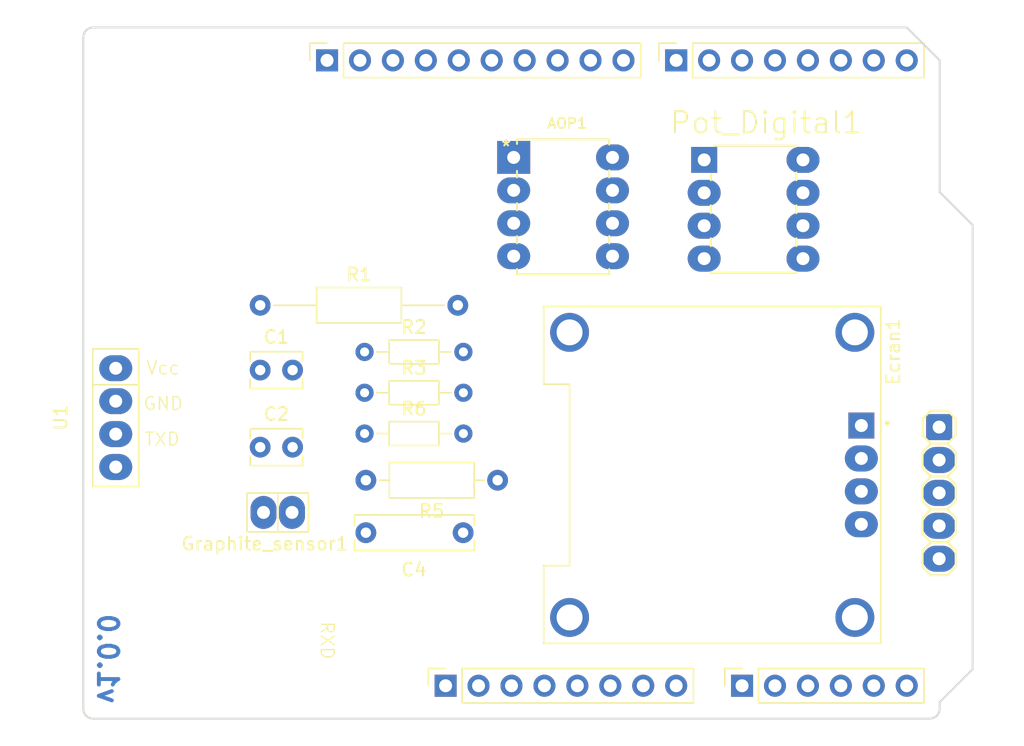
<source format=kicad_pcb>
(kicad_pcb (version 20241229) (generator "pcbnew") (generator_version "9.0")
  (title_block (date "mar. 31 mars 2015"))
  (layers (0 "F.Cu" signal) (2 "B.Cu" signal) (13 "F.Paste" user) (15 "B.Paste" user) (5 "F.SilkS" user "F.Silkscreen") (7 "B.SilkS" user "B.Silkscreen") (1 "F.Mask" user) (3 "B.Mask" user) (25 "Edge.Cuts" user))
  (property "VERSION_NUMBER" "1.0.0")
  (net 0 "")
  (net 1 "GND")
  (net 3 "+5V")
  (net 4 "/IOREF")
  (net 5 "/A1")
  (net 6 "/A2")
  (net 7 "/A3")
  (net 8 "/AREF")
  (net 9 "/*6")
  (net 10 "/TX{slash}1")
  (net 11 "/RX{slash}0")
  (net 12 "+3V3")
  (net 14 "/~{RESET}")
  (net 15 "/D12")
  (net 16 "/D9")
  (net 17 "ADC")
  (net 19 "TXD")
  (net 20 "RXD")
  (net 23 "SCK RE")
  (net 24 "SW")
  (net 25 "DT")
  (net 26 "/*5")
  (net 27 "SCL")
  (net 28 "SDA")
  (net 29 "D11 PWM{slash}MOSI")
  (net 30 "D13 PWM{slash}SCK")
  (net 31 "D10 PWM{slash}MOSI")
  (net 32 "R2")
  (net 33 "D10 PWM{slash}SS")
  (net 36 "Net-(AOP1-OUT)")
  (net 37 "Net-(AOP1--IN)")
  (net 41 "Net-(AOP1-+IN)")
  (footprint "Connector_PinSocket_2.54mm:PinSocket_1x08_P2.54mm_Vertical" (layer "F.Cu") (at 127.94 97.46 90)
    (property "Reference" "J1" (hide yes))
    (property "Value" "Power")
    (fp_line (start 1.33 -1.33) (end 1.33 0) (stroke (width 0.12)) (layer "F.SilkS"))
    (fp_line (start 0 -1.33) (end 1.33 -1.33) (stroke (width 0.12)) (layer "F.SilkS"))
    (fp_line (start 1.33 1.27) (end 1.33 19.11) (stroke (width 0.12)) (layer "F.SilkS"))
    (fp_line (start -1.33 1.27) (end 1.33 1.27) (stroke (width 0.12)) (layer "F.SilkS"))
    (fp_line (start -1.33 1.27) (end -1.33 19.11) (stroke (width 0.12)) (layer "F.SilkS"))
    (fp_line (start -1.33 19.11) (end 1.33 19.11) (stroke (width 0.12)) (layer "F.SilkS"))
    (pad "1" thru_hole rect (at 0 0 90) (size 1.7 1.7) (drill 1) (layers "*.Cu" "*.Mask"))
    (pad "2" thru_hole oval (at 0 2.54 90) (size 1.7 1.7) (drill 1) (layers "*.Cu" "*.Mask") (net 4 "/IOREF"))
    (pad "3" thru_hole oval (at 0 5.08 90) (size 1.7 1.7) (drill 1) (layers "*.Cu" "*.Mask") (net 14 "/~{RESET}"))
    (pad "4" thru_hole oval (at 0 7.62 90) (size 1.7 1.7) (drill 1) (layers "*.Cu" "*.Mask") (net 12 "+3V3"))
    (pad "5" thru_hole oval (at 0 10.16 90) (size 1.7 1.7) (drill 1) (layers "*.Cu" "*.Mask") (net 3 "+5V"))
    (pad "6" thru_hole oval (at 0 12.7 90) (size 1.7 1.7) (drill 1) (layers "*.Cu" "*.Mask") (net 1 "GND"))
    (pad "7" thru_hole oval (at 0 15.24 90) (size 1.7 1.7) (drill 1) (layers "*.Cu" "*.Mask") (net 1 "GND"))
    (pad "8" thru_hole oval (at 0 17.78 90) (size 1.7 1.7) (drill 1) (layers "*.Cu" "*.Mask") (net 32 "R2"))
  )
  (footprint "Connector_PinSocket_2.54mm:PinSocket_1x06_P2.54mm_Vertical" (layer "F.Cu") (at 150.8 97.46 90)
    (property "Reference" "J3" (hide yes))
    (property "Value" "Analog")
    (fp_line (start 1.33 -1.33) (end 1.33 0) (stroke (width 0.12)) (layer "F.SilkS"))
    (fp_line (start 0 -1.33) (end 1.33 -1.33) (stroke (width 0.12)) (layer "F.SilkS"))
    (fp_line (start 1.33 1.27) (end 1.33 14.03) (stroke (width 0.12)) (layer "F.SilkS"))
    (fp_line (start -1.33 1.27) (end 1.33 1.27) (stroke (width 0.12)) (layer "F.SilkS"))
    (fp_line (start -1.33 1.27) (end -1.33 14.03) (stroke (width 0.12)) (layer "F.SilkS"))
    (fp_line (start -1.33 14.03) (end 1.33 14.03) (stroke (width 0.12)) (layer "F.SilkS"))
    (pad "1" thru_hole rect (at 0 0 90) (size 1.7 1.7) (drill 1) (layers "*.Cu" "*.Mask") (net 17 "ADC"))
    (pad "2" thru_hole oval (at 0 2.54 90) (size 1.7 1.7) (drill 1) (layers "*.Cu" "*.Mask") (net 5 "/A1"))
    (pad "3" thru_hole oval (at 0 5.08 90) (size 1.7 1.7) (drill 1) (layers "*.Cu" "*.Mask") (net 6 "/A2"))
    (pad "4" thru_hole oval (at 0 7.62 90) (size 1.7 1.7) (drill 1) (layers "*.Cu" "*.Mask") (net 7 "/A3"))
    (pad "5" thru_hole oval (at 0 10.16 90) (size 1.7 1.7) (drill 1) (layers "*.Cu" "*.Mask") (net 28 "SDA"))
    (pad "6" thru_hole oval (at 0 12.7 90) (size 1.7 1.7) (drill 1) (layers "*.Cu" "*.Mask") (net 27 "SCL"))
  )
  (footprint "Connector_PinSocket_2.54mm:PinSocket_1x10_P2.54mm_Vertical" (layer "F.Cu") (at 118.796 49.2 90)
    (property "Reference" "J2" (hide yes))
    (property "Value" "Digital/PWM")
    (fp_line (start 1.33 -1.33) (end 1.33 0) (stroke (width 0.12)) (layer "F.SilkS"))
    (fp_line (start 0 -1.33) (end 1.33 -1.33) (stroke (width 0.12)) (layer "F.SilkS"))
    (fp_line (start 1.33 1.27) (end 1.33 24.19) (stroke (width 0.12)) (layer "F.SilkS"))
    (fp_line (start -1.33 1.27) (end 1.33 1.27) (stroke (width 0.12)) (layer "F.SilkS"))
    (fp_line (start -1.33 1.27) (end -1.33 24.19) (stroke (width 0.12)) (layer "F.SilkS"))
    (fp_line (start -1.33 24.19) (end 1.33 24.19) (stroke (width 0.12)) (layer "F.SilkS"))
    (pad "1" thru_hole rect (at 0 0 90) (size 1.7 1.7) (drill 1) (layers "*.Cu" "*.Mask"))
    (pad "2" thru_hole oval (at 0 2.54 90) (size 1.7 1.7) (drill 1) (layers "*.Cu" "*.Mask"))
    (pad "3" thru_hole oval (at 0 5.08 90) (size 1.7 1.7) (drill 1) (layers "*.Cu" "*.Mask") (net 8 "/AREF"))
    (pad "4" thru_hole oval (at 0 7.62 90) (size 1.7 1.7) (drill 1) (layers "*.Cu" "*.Mask") (net 1 "GND"))
    (pad "5" thru_hole oval (at 0 10.16 90) (size 1.7 1.7) (drill 1) (layers "*.Cu" "*.Mask") (net 30 "D13 PWM{slash}SCK"))
    (pad "6" thru_hole oval (at 0 12.7 90) (size 1.7 1.7) (drill 1) (layers "*.Cu" "*.Mask") (net 15 "/D12"))
    (pad "7" thru_hole oval (at 0 15.24 90) (size 1.7 1.7) (drill 1) (layers "*.Cu" "*.Mask") (net 29 "D11 PWM{slash}MOSI"))
    (pad "8" thru_hole oval (at 0 17.78 90) (size 1.7 1.7) (drill 1) (layers "*.Cu" "*.Mask") (net 31 "D10 PWM{slash}MOSI"))
    (pad "9" thru_hole oval (at 0 20.32 90) (size 1.7 1.7) (drill 1) (layers "*.Cu" "*.Mask") (net 16 "/D9"))
    (pad "10" thru_hole oval (at 0 22.86 90) (size 1.7 1.7) (drill 1) (layers "*.Cu" "*.Mask") (net 19 "TXD"))
  )
  (footprint "Connector_PinSocket_2.54mm:PinSocket_1x08_P2.54mm_Vertical" (layer "F.Cu") (at 145.72 49.2 90)
    (property "Reference" "J4" (hide yes))
    (property "Value" "Digital/PWM")
    (fp_line (start 1.33 -1.33) (end 1.33 0) (stroke (width 0.12)) (layer "F.SilkS"))
    (fp_line (start 0 -1.33) (end 1.33 -1.33) (stroke (width 0.12)) (layer "F.SilkS"))
    (fp_line (start 1.33 1.27) (end 1.33 19.11) (stroke (width 0.12)) (layer "F.SilkS"))
    (fp_line (start -1.33 1.27) (end 1.33 1.27) (stroke (width 0.12)) (layer "F.SilkS"))
    (fp_line (start -1.33 1.27) (end -1.33 19.11) (stroke (width 0.12)) (layer "F.SilkS"))
    (fp_line (start -1.33 19.11) (end 1.33 19.11) (stroke (width 0.12)) (layer "F.SilkS"))
    (pad "1" thru_hole rect (at 0 0 90) (size 1.7 1.7) (drill 1) (layers "*.Cu" "*.Mask") (net 20 "RXD"))
    (pad "2" thru_hole oval (at 0 2.54 90) (size 1.7 1.7) (drill 1) (layers "*.Cu" "*.Mask") (net 9 "/*6"))
    (pad "3" thru_hole oval (at 0 5.08 90) (size 1.7 1.7) (drill 1) (layers "*.Cu" "*.Mask") (net 26 "/*5"))
    (pad "4" thru_hole oval (at 0 7.62 90) (size 1.7 1.7) (drill 1) (layers "*.Cu" "*.Mask") (net 25 "DT"))
    (pad "5" thru_hole oval (at 0 10.16 90) (size 1.7 1.7) (drill 1) (layers "*.Cu" "*.Mask") (net 24 "SW"))
    (pad "6" thru_hole oval (at 0 12.7 90) (size 1.7 1.7) (drill 1) (layers "*.Cu" "*.Mask") (net 23 "SCK RE"))
    (pad "7" thru_hole oval (at 0 15.24 90) (size 1.7 1.7) (drill 1) (layers "*.Cu" "*.Mask") (net 10 "/TX{slash}1"))
    (pad "8" thru_hole oval (at 0 17.78 90) (size 1.7 1.7) (drill 1) (layers "*.Cu" "*.Mask") (net 11 "/RX{slash}0"))
  )
  (footprint "graphite_emprunts:LTC1050HS8_PBF" (layer "F.Cu") (at 140.81 64.31)
    (property "Reference" "AOP1" (at -3.5 -10.25 0) (layer "F.SilkS") (effects (font (size 0.787402 0.787402))))
    (property "Value" "LTC1050HS8_PBF")
    (fp_line (start -7.366 -9.017) (end -7.366 -8.6614) (stroke (width 0.1524)) (layer "F.SilkS"))
    (fp_line (start -7.366 -6.5786) (end -7.366 -6.0706) (stroke (width 0.1524)) (layer "F.SilkS"))
    (fp_line (start -7.366 -4.0894) (end -7.366 -3.5306) (stroke (width 0.1524)) (layer "F.SilkS"))
    (fp_line (start -7.366 -1.5494) (end -7.366 -0.9906) (stroke (width 0.1524)) (layer "F.SilkS"))
    (fp_line (start -7.366 0.9906) (end -7.366 1.397) (stroke (width 0.1524)) (layer "F.SilkS"))
    (fp_line (start -7.366 1.397) (end -0.254 1.397) (stroke (width 0.1524)) (layer "F.SilkS"))
    (fp_line (start -0.254 -9.017) (end -7.366 -9.017) (stroke (width 0.1524)) (layer "F.SilkS"))
    (fp_line (start -0.254 -8.6106) (end -0.254 -9.017) (stroke (width 0.1524)) (layer "F.SilkS"))
    (fp_line (start -0.254 -6.0706) (end -0.254 -6.6294) (stroke (width 0.1524)) (layer "F.SilkS"))
    (fp_line (start -0.254 -3.5306) (end -0.254 -4.0894) (stroke (width 0.1524)) (layer "F.SilkS"))
    (fp_line (start -0.254 -0.9906) (end -0.254 -1.5494) (stroke (width 0.1524)) (layer "F.SilkS"))
    (fp_line (start -0.254 1.397) (end -0.254 0.9906) (stroke (width 0.1524)) (layer "F.SilkS"))
    (fp_text user "*" (at -8.2042 -8.4328 0) (layer "F.SilkS"))
    (pad "1" thru_hole rect (at -7.62 -7.62) (size 2.54 2.54) (drill 1) (layers "*.Cu" "*.Mask"))
    (pad "2" thru_hole oval (at -7.62 -5.08) (size 2.54 2) (drill 1) (layers "*.Cu" "*.Mask") (net 32 "R2"))
    (pad "3" thru_hole oval (at -7.62 -2.54) (size 2.54 2) (drill 1) (layers "*.Cu" "*.Mask") (net 41 "Net-(AOP1-+IN)"))
    (pad "4" thru_hole oval (at -7.62 0) (size 2.54 2) (drill 1) (layers "*.Cu" "*.Mask") (net 1 "GND"))
    (pad "5" thru_hole oval (at 0 0) (size 2.54 2) (drill 1) (layers "*.Cu" "*.Mask"))
    (pad "6" thru_hole oval (at 0 -2.54) (size 2.54 2) (drill 1) (layers "*.Cu" "*.Mask") (net 36 "Net-(AOP1-OUT)"))
    (pad "7" thru_hole oval (at 0 -5.08) (size 2.54 2) (drill 1) (layers "*.Cu" "*.Mask") (net 32 "R2"))
    (pad "8" thru_hole oval (at 0 -7.62) (size 2.54 2) (drill 1) (layers "*.Cu" "*.Mask"))
  )
  (footprint "Resistor_THT:R_Axial_DIN0204_L3.6mm_D1.6mm_P7.62mm_Horizontal" (layer "F.Cu") (at 121.69 71.7)
    (property "Reference" "R2" (at 3.81 -1.92 0) (layer "F.SilkS"))
    (property "Value" "1k")
    (fp_line (start 0.94 0) (end 1.89 0) (stroke (width 0.12)) (layer "F.SilkS"))
    (fp_line (start 6.68 0) (end 5.73 0) (stroke (width 0.12)) (layer "F.SilkS"))
    (fp_rect (start 1.89 -0.92) (end 5.73 0.92) (stroke (width 0.12)) (fill no) (layer "F.SilkS"))
    (pad "1" thru_hole circle (at 0 0) (size 1.4 1.4) (drill 0.7) (layers "*.Cu" "*.Mask") (net 37 "Net-(AOP1--IN)"))
    (pad "2" thru_hole circle (at 7.62 0) (size 1.4 1.4) (drill 0.7) (layers "*.Cu" "*.Mask") (net 1 "GND"))
  )
  (footprint "graphite_emprunts:KY-040-PORT" (layer "F.Cu") (at 166 81.31 90)
    (property "Reference" "U3" (hide yes))
    (property "Value" "KY-040")
    (fp_line (start 4.445 -1.27) (end 5.08 -0.635) (stroke (width 0.1524)) (layer "F.SilkS"))
    (fp_line (start 3.175 -1.27) (end 4.445 -1.27) (stroke (width 0.1524)) (layer "F.SilkS"))
    (fp_line (start 1.905 -1.27) (end 2.54 -0.635) (stroke (width 0.1524)) (layer "F.SilkS"))
    (fp_line (start 0.635 -1.27) (end 1.905 -1.27) (stroke (width 0.1524)) (layer "F.SilkS"))
    (fp_line (start 0.635 -1.27) (end 0 -0.635) (stroke (width 0.1524)) (layer "F.SilkS"))
    (fp_line (start -0.635 -1.27) (end 0 -0.635) (stroke (width 0.1524)) (layer "F.SilkS"))
    (fp_line (start -1.905 -1.27) (end -0.635 -1.27) (stroke (width 0.1524)) (layer "F.SilkS"))
    (fp_line (start -3.175 -1.27) (end -2.54 -0.635) (stroke (width 0.1524)) (layer "F.SilkS"))
    (fp_line (start -4.445 -1.27) (end -3.175 -1.27) (stroke (width 0.1524)) (layer "F.SilkS"))
    (fp_line (start -5.715 -1.27) (end -5.08 -0.635) (stroke (width 0.1524)) (layer "F.SilkS"))
    (fp_line (start -6.985 -1.27) (end -5.715 -1.27) (stroke (width 0.1524)) (layer "F.SilkS"))
    (fp_line (start -6.985 -1.27) (end -7.62 -0.635) (stroke (width 0.1524)) (layer "F.SilkS"))
    (fp_line (start 5.08 -0.635) (end 5.08 0.635) (stroke (width 0.1524)) (layer "F.SilkS"))
    (fp_line (start 2.54 -0.635) (end 3.175 -1.27) (stroke (width 0.1524)) (layer "F.SilkS"))
    (fp_line (start 2.54 -0.635) (end 2.54 0.635) (stroke (width 0.1524)) (layer "F.SilkS"))
    (fp_line (start 0 -0.635) (end 0 0.635) (stroke (width 0.1524)) (layer "F.SilkS"))
    (fp_line (start -2.54 -0.635) (end -1.905 -1.27) (stroke (width 0.1524)) (layer "F.SilkS"))
    (fp_line (start -2.54 -0.635) (end -2.54 0.635) (stroke (width 0.1524)) (layer "F.SilkS"))
    (fp_line (start -5.08 -0.635) (end -4.445 -1.27) (stroke (width 0.1524)) (layer "F.SilkS"))
    (fp_line (start -5.08 -0.635) (end -5.08 0.635) (stroke (width 0.1524)) (layer "F.SilkS"))
    (fp_line (start -7.62 -0.635) (end -7.62 0.635) (stroke (width 0.1524)) (layer "F.SilkS"))
    (fp_line (start 5.08 0.635) (end 4.445 1.27) (stroke (width 0.1524)) (layer "F.SilkS"))
    (fp_line (start 2.54 0.635) (end 1.905 1.27) (stroke (width 0.1524)) (layer "F.SilkS"))
    (fp_line (start 0 0.635) (end 0.635 1.27) (stroke (width 0.1524)) (layer "F.SilkS"))
    (fp_line (start 0 0.635) (end -0.635 1.27) (stroke (width 0.1524)) (layer "F.SilkS"))
    (fp_line (start -2.54 0.635) (end -3.175 1.27) (stroke (width 0.1524)) (layer "F.SilkS"))
    (fp_line (start -5.08 0.635) (end -5.715 1.27) (stroke (width 0.1524)) (layer "F.SilkS"))
    (fp_line (start -7.62 0.635) (end -6.985 1.27) (stroke (width 0.1524)) (layer "F.SilkS"))
    (fp_line (start 4.445 1.27) (end 3.175 1.27) (stroke (width 0.1524)) (layer "F.SilkS"))
    (fp_line (start 3.175 1.27) (end 2.54 0.635) (stroke (width 0.1524)) (layer "F.SilkS"))
    (fp_line (start 1.905 1.27) (end 0.635 1.27) (stroke (width 0.1524)) (layer "F.SilkS"))
    (fp_line (start -0.635 1.27) (end -1.905 1.27) (stroke (width 0.1524)) (layer "F.SilkS"))
    (fp_line (start -1.905 1.27) (end -2.54 0.635) (stroke (width 0.1524)) (layer "F.SilkS"))
    (fp_line (start -3.175 1.27) (end -4.445 1.27) (stroke (width 0.1524)) (layer "F.SilkS"))
    (fp_line (start -4.445 1.27) (end -5.08 0.635) (stroke (width 0.1524)) (layer "F.SilkS"))
    (fp_line (start -5.715 1.27) (end -6.985 1.27) (stroke (width 0.1524)) (layer "F.SilkS"))
    (pad "CLK" thru_hole oval (at -6.35 0 180) (size 2.54 2) (drill 1) (layers "*.Cu" "*.Mask") (net 23 "SCK RE"))
    (pad "DT" thru_hole oval (at -3.81 0 180) (size 2.54 2) (drill 1) (layers "*.Cu" "*.Mask") (net 25 "DT"))
    (pad "GND" thru_hole rect (at 3.81 0 180) (size 2 2) (drill 1) (layers "*.Cu" "*.Mask") (net 1 "GND"))
    (pad "SW" thru_hole oval (at -1.27 0 180) (size 2.54 2) (drill 1) (layers "*.Cu" "*.Mask") (net 24 "SW"))
    (pad "VCC" thru_hole oval (at 1.27 0 180) (size 2.54 2) (drill 1) (layers "*.Cu" "*.Mask") (net 32 "R2"))
  )
  (footprint "graphite_emprunts:MODULE_DM-OLED096-636" (layer "F.Cu") (at 148.5 81.19 -90)
    (property "Reference" "Ecran1" (at -9.525 -13.97 90) (layer "F.SilkS"))
    (property "Value" "DM-OLED096-636")
    (fp_line (start -13 13) (end -13 -13) (stroke (width 0.127)) (layer "F.SilkS"))
    (fp_line (start -7 13) (end -13 13) (stroke (width 0.127)) (layer "F.SilkS"))
    (fp_line (start 7 13) (end 7 11) (stroke (width 0.127)) (layer "F.SilkS"))
    (fp_line (start 13 13) (end 7 13) (stroke (width 0.127)) (layer "F.SilkS"))
    (fp_line (start -7 11) (end -7 13) (stroke (width 0.127)) (layer "F.SilkS"))
    (fp_line (start 7 11) (end -7 11) (stroke (width 0.127)) (layer "F.SilkS"))
    (fp_line (start -13 -13) (end 13 -13) (stroke (width 0.127)) (layer "F.SilkS"))
    (fp_line (start 13 -13) (end 13 13) (stroke (width 0.127)) (layer "F.SilkS"))
    (fp_circle (center -4 -13.5) (end -3.9 -13.5) (stroke (width 0.2)) (fill no) (layer "F.SilkS"))
    (pad "1" thru_hole rect (at -3.81 -11.5 270) (size 2 2) (drill 1) (layers "*.Cu" "*.Mask") (net 1 "GND"))
    (pad "2" thru_hole oval (at -1.27 -11.5) (size 2.54 2) (drill 1) (layers "*.Cu" "*.Mask") (net 32 "R2"))
    (pad "3" thru_hole oval (at 1.27 -11.5) (size 2.54 2) (drill 1) (layers "*.Cu" "*.Mask") (net 27 "SCL"))
    (pad "4" thru_hole oval (at 3.81 -11.5) (size 2.54 2) (drill 1) (layers "*.Cu" "*.Mask") (net 28 "SDA"))
    (pad "S1" thru_hole circle (at -11 -11 270) (size 3 3) (drill 2) (layers "*.Cu" "*.Mask"))
    (pad "S2" thru_hole circle (at 11 -11 270) (size 3 3) (drill 2) (layers "*.Cu" "*.Mask"))
    (pad "S3" thru_hole circle (at 11 11 270) (size 3 3) (drill 2) (layers "*.Cu" "*.Mask"))
    (pad "S4" thru_hole circle (at -11 11 270) (size 3 3) (drill 2) (layers "*.Cu" "*.Mask"))
  )
  (footprint "graphite_emprunts:Graphite_sensor_emprunt" (layer "F.Cu") (at 114.995 84.085)
    (property "Reference" "Graphite_sensor1" (at -0.995 2.415 0) (layer "F.SilkS"))
    (property "Value" "~")
    (fp_line (start -2.37 -1.5) (end 2.37 -1.5) (stroke (width 0.12)) (layer "F.SilkS"))
    (fp_line (start -2.37 1.5) (end -2.37 -1.5) (stroke (width 0.12)) (layer "F.SilkS"))
    (fp_line (start 0 -1.5) (end 0 1.5) (stroke (width 0.12)) (layer "F.SilkS"))
    (fp_line (start 2.37 -1.5) (end 2.37 1.5) (stroke (width 0.12)) (layer "F.SilkS"))
    (fp_line (start 2.37 1.5) (end -2.37 1.5) (stroke (width 0.12)) (layer "F.SilkS"))
    (pad "1" thru_hole oval (at -1.1 0 90) (size 2.54 2) (drill 1) (layers "*.Cu" "*.Mask"))
    (pad "2" thru_hole oval (at 1.1 0 90) (size 2.54 2) (drill 1) (layers "*.Cu" "*.Mask"))
  )
  (footprint "graphite_emprunts:BT_HC05" (layer "F.Cu") (at 102.5 76.77 -90)
    (property "Reference" "U1" (at 0 4.25 90) (layer "F.SilkS"))
    (property "Value" "~")
    (fp_line (start -5.31 1.77) (end -5.31 -1.77) (stroke (width 0.12)) (layer "F.SilkS"))
    (fp_line (start 5.31 1.77) (end -5.31 1.77) (stroke (width 0.12)) (layer "F.SilkS"))
    (fp_line (start -5.31 -1.77) (end 5.31 -1.77) (stroke (width 0.12)) (layer "F.SilkS"))
    (fp_line (start -2.54 -1.77) (end -2.54 1.77) (stroke (width 0.12)) (layer "F.SilkS"))
    (fp_line (start 5.31 -1.77) (end 5.31 1.77) (stroke (width 0.12)) (layer "F.SilkS"))
    (fp_text user "TXD" (at 2.25 -5 0) (layer "F.SilkS") (effects (font (thickness 0.1)) (justify right bottom)))
    (fp_text user "GND" (at -0.5 -5.25 0) (layer "F.SilkS") (effects (font (thickness 0.1)) (justify right bottom)))
    (fp_text user "Vcc" (at -3.25 -5 0) (layer "F.SilkS") (effects (font (thickness 0.1)) (justify right bottom)))
    (pad "1" thru_hole oval (at -3.81 0 270) (size 2 2.54) (drill 1) (layers "*.Cu" "*.Mask") (net 32 "R2"))
    (pad "2" thru_hole oval (at -1.27 0 270) (size 2 2.54) (drill 1) (layers "*.Cu" "*.Mask") (net 1 "GND"))
    (pad "3" thru_hole oval (at 1.27 0 270) (size 2 2.54) (drill 1) (layers "*.Cu" "*.Mask") (net 19 "TXD"))
    (pad "4" thru_hole oval (at 3.81 0 270) (size 2 2.54) (drill 1) (layers "*.Cu" "*.Mask") (net 20 "RXD"))
  )
  (footprint "Capacitor_THT:C_Disc_D3.8mm_W2.6mm_P2.50mm" (layer "F.Cu") (at 113.64 73.1)
    (property "Reference" "C1" (at 1.25 -2.55 0) (layer "F.SilkS"))
    (property "Value" "100n")
    (fp_line (start -0.77 -1.42) (end 3.27 -1.42) (stroke (width 0.12)) (layer "F.SilkS"))
    (fp_line (start -0.77 -0.699) (end -0.77 -1.42) (stroke (width 0.12)) (layer "F.SilkS"))
    (fp_line (start -0.77 1.42) (end -0.77 0.699) (stroke (width 0.12)) (layer "F.SilkS"))
    (fp_line (start 3.27 -1.42) (end 3.27 -0.699) (stroke (width 0.12)) (layer "F.SilkS"))
    (fp_line (start 3.27 0.699) (end 3.27 1.42) (stroke (width 0.12)) (layer "F.SilkS"))
    (fp_line (start 3.27 1.42) (end -0.77 1.42) (stroke (width 0.12)) (layer "F.SilkS"))
    (pad "1" thru_hole circle (at 0 0) (size 1.6 1.6) (drill 0.8) (layers "*.Cu" "*.Mask") (net 1 "GND"))
    (pad "2" thru_hole circle (at 2.5 0) (size 1.6 1.6) (drill 0.8) (layers "*.Cu" "*.Mask") (net 41 "Net-(AOP1-+IN)"))
  )
  (footprint "Resistor_THT:R_Axial_DIN0207_L6.3mm_D2.5mm_P15.24mm_Horizontal" (layer "F.Cu") (at 113.64 68.1)
    (property "Reference" "R1" (at 7.62 -2.37 0) (layer "F.SilkS"))
    (property "Value" "100k")
    (fp_line (start 1.04 0) (end 4.35 0) (stroke (width 0.12)) (layer "F.SilkS"))
    (fp_line (start 14.2 0) (end 10.89 0) (stroke (width 0.12)) (layer "F.SilkS"))
    (fp_rect (start 4.35 -1.37) (end 10.89 1.37) (stroke (width 0.12)) (fill no) (layer "F.SilkS"))
    (pad "1" thru_hole circle (at 0 0) (size 1.6 1.6) (drill 0.8) (layers "*.Cu" "*.Mask") (net 41 "Net-(AOP1-+IN)"))
    (pad "2" thru_hole circle (at 15.24 0) (size 1.6 1.6) (drill 0.8) (layers "*.Cu" "*.Mask") (net 1 "GND"))
  )
  (footprint "Arduino_MountingHole:MountingHole_3.2mm" (layer "F.Cu") (at 115.24 49.2)
    (property "Reference" "MH1" (hide yes))
    (property "Value" "MountingHole_3.2mm" (hide yes))
    (pad "" np_thru_hole circle (at 0 0) (size 3.2 3.2) (drill 3.2) (layers "*.Cu" "*.Mask"))
  )
  (footprint "Resistor_THT:R_Axial_DIN0207_L6.3mm_D2.5mm_P10.16mm_Horizontal" (layer "F.Cu") (at 121.79 81.6)
    (property "Reference" "R5" (at 5.08 2.4 0) (layer "F.SilkS"))
    (property "Value" "10k")
    (fp_line (start 1.04 0) (end 1.81 0) (stroke (width 0.12)) (layer "F.SilkS"))
    (fp_line (start 9.12 0) (end 8.35 0) (stroke (width 0.12)) (layer "F.SilkS"))
    (fp_rect (start 1.81 -1.37) (end 8.35 1.37) (stroke (width 0.12)) (fill no) (layer "F.SilkS"))
    (pad "1" thru_hole circle (at 0 0) (size 1.6 1.6) (drill 0.8) (layers "*.Cu" "*.Mask"))
    (pad "2" thru_hole circle (at 10.16 0) (size 1.6 1.6) (drill 0.8) (layers "*.Cu" "*.Mask") (net 41 "Net-(AOP1-+IN)"))
  )
  (footprint "Resistor_THT:R_Axial_DIN0204_L3.6mm_D1.6mm_P7.62mm_Horizontal" (layer "F.Cu") (at 121.69 74.85)
    (property "Reference" "R3" (at 3.81 -1.92 0) (layer "F.SilkS"))
    (property "Value" "1k")
    (fp_line (start 0.94 0) (end 1.89 0) (stroke (width 0.12)) (layer "F.SilkS"))
    (fp_line (start 6.68 0) (end 5.73 0) (stroke (width 0.12)) (layer "F.SilkS"))
    (fp_rect (start 1.89 -0.92) (end 5.73 0.92) (stroke (width 0.12)) (fill no) (layer "F.SilkS"))
    (pad "1" thru_hole circle (at 0 0) (size 1.4 1.4) (drill 0.7) (layers "*.Cu" "*.Mask") (net 32 "R2"))
    (pad "2" thru_hole circle (at 7.62 0) (size 1.4 1.4) (drill 0.7) (layers "*.Cu" "*.Mask") (net 36 "Net-(AOP1-OUT)"))
  )
  (footprint "graphite_emprunts:MCP41010" (layer "F.Cu") (at 155.5 64.5)
    (property "Reference" "Pot_Digital1" (at -2.8448 -10.4902 0) (layer "F.SilkS") (effects (font (size 1.64 1.64))))
    (property "Value" "MCP41010-E_P")
    (fp_line (start -7.112 -6.5278) (end -7.112 -6.0452) (stroke (width 0.1524)) (layer "F.SilkS"))
    (fp_line (start -7.112 -4.1148) (end -7.112 -3.5052) (stroke (width 0.1524)) (layer "F.SilkS"))
    (fp_line (start -7.112 -1.5748) (end -7.112 -0.9652) (stroke (width 0.1524)) (layer "F.SilkS"))
    (fp_line (start -7.112 1.0922) (end -0.508 1.0922) (stroke (width 0.1524)) (layer "F.SilkS"))
    (fp_line (start -0.508 -8.7122) (end -6.8326 -8.7122) (stroke (width 0.1524)) (layer "F.SilkS"))
    (fp_line (start -0.508 -6.0452) (end -0.508 -6.6548) (stroke (width 0.1524)) (layer "F.SilkS"))
    (fp_line (start -0.508 -3.5052) (end -0.508 -4.1148) (stroke (width 0.1524)) (layer "F.SilkS"))
    (fp_line (start -0.508 -0.9652) (end -0.508 -1.5748) (stroke (width 0.1524)) (layer "F.SilkS"))
    (pad "1" thru_hole rect (at -7.62 -7.62) (size 2 2) (drill 1) (layers "*.Cu" "*.Mask") (net 33 "D10 PWM{slash}SS"))
    (pad "2" thru_hole oval (at -7.62 -5.08) (size 2.54 2) (drill 1) (layers "*.Cu" "*.Mask") (net 30 "D13 PWM{slash}SCK"))
    (pad "3" thru_hole oval (at -7.62 -2.54) (size 2.54 2) (drill 1) (layers "*.Cu" "*.Mask") (net 29 "D11 PWM{slash}MOSI"))
    (pad "4" thru_hole oval (at -7.62 0) (size 2.54 2) (drill 1) (layers "*.Cu" "*.Mask") (net 1 "GND"))
    (pad "5" thru_hole oval (at 0 0) (size 2.54 2) (drill 1) (layers "*.Cu" "*.Mask") (net 32 "R2"))
    (pad "6" thru_hole oval (at 0 -2.54) (size 2.54 2) (drill 1) (layers "*.Cu" "*.Mask"))
    (pad "7" thru_hole oval (at 0 -5.08) (size 2.54 2) (drill 1) (layers "*.Cu" "*.Mask") (net 1 "GND"))
    (pad "8" thru_hole oval (at 0 -7.62) (size 2.54 2) (drill 1) (layers "*.Cu" "*.Mask") (net 32 "R2"))
  )
  (footprint "Capacitor_THT:C_Rect_L9.0mm_W2.5mm_P7.50mm_MKT" (layer "F.Cu") (at 121.79 85.65)
    (property "Reference" "C4" (at 3.71 2.85 0) (layer "F.SilkS"))
    (property "Value" "1u")
    (fp_line (start -0.87 -1.37) (end 8.37 -1.37) (stroke (width 0.12)) (layer "F.SilkS"))
    (fp_line (start -0.87 -0.57) (end -0.87 -1.37) (stroke (width 0.12)) (layer "F.SilkS"))
    (fp_line (start -0.87 1.37) (end -0.87 0.57) (stroke (width 0.12)) (layer "F.SilkS"))
    (fp_line (start 8.37 -1.37) (end 8.37 -0.57) (stroke (width 0.12)) (layer "F.SilkS"))
    (fp_line (start 8.37 0.57) (end 8.37 1.37) (stroke (width 0.12)) (layer "F.SilkS"))
    (fp_line (start 8.37 1.37) (end -0.87 1.37) (stroke (width 0.12)) (layer "F.SilkS"))
    (pad "1" thru_hole circle (at 0 0) (size 1.6 1.6) (drill 0.8) (layers "*.Cu" "*.Mask") (net 36 "Net-(AOP1-OUT)"))
    (pad "2" thru_hole circle (at 7.5 0) (size 1.6 1.6) (drill 0.8) (layers "*.Cu" "*.Mask") (net 32 "R2"))
  )
  (footprint "Resistor_THT:R_Axial_DIN0204_L3.6mm_D1.6mm_P7.62mm_Horizontal" (layer "F.Cu") (at 121.69 78)
    (property "Reference" "R6" (at 3.81 -1.92 0) (layer "F.SilkS"))
    (property "Value" "1k")
    (fp_line (start 0.94 0) (end 1.89 0) (stroke (width 0.12)) (layer "F.SilkS"))
    (fp_line (start 6.68 0) (end 5.73 0) (stroke (width 0.12)) (layer "F.SilkS"))
    (fp_rect (start 1.89 -0.92) (end 5.73 0.92) (stroke (width 0.12)) (fill no) (layer "F.SilkS"))
    (pad "1" thru_hole circle (at 0 0) (size 1.4 1.4) (drill 0.7) (layers "*.Cu" "*.Mask") (net 36 "Net-(AOP1-OUT)"))
    (pad "2" thru_hole circle (at 7.62 0) (size 1.4 1.4) (drill 0.7) (layers "*.Cu" "*.Mask") (net 17 "ADC"))
  )
  (footprint "Arduino_MountingHole:MountingHole_3.2mm" (layer "F.Cu") (at 113.97 97.46)
    (property "Reference" "MH2" (hide yes))
    (property "Value" "MountingHole_3.2mm" (hide yes))
    (pad "" np_thru_hole circle (at 0 0) (size 3.2 3.2) (drill 3.2) (layers "*.Cu" "*.Mask"))
  )
  (footprint "Arduino_MountingHole:MountingHole_3.2mm" (layer "F.Cu") (at 166.04 64.44)
    (property "Reference" "MH3" (hide yes))
    (property "Value" "MountingHole_3.2mm" (hide yes))
    (pad "" np_thru_hole circle (at 0 0) (size 3.2 3.2) (drill 3.2) (layers "*.Cu" "*.Mask"))
  )
  (footprint "Arduino_MountingHole:MountingHole_3.2mm" (layer "F.Cu") (at 166.04 92.38)
    (property "Reference" "MH4" (hide yes))
    (property "Value" "MountingHole_3.2mm" (hide yes))
    (pad "" np_thru_hole circle (at 0 0) (size 3.2 3.2) (drill 3.2) (layers "*.Cu" "*.Mask"))
  )
  (footprint "Capacitor_THT:C_Disc_D3.8mm_W2.6mm_P2.50mm" (layer "F.Cu") (at 113.64 79.05)
    (property "Reference" "C2" (at 1.25 -2.55 0) (layer "F.SilkS"))
    (property "Value" "100n")
    (fp_line (start -0.77 -1.42) (end 3.27 -1.42) (stroke (width 0.12)) (layer "F.SilkS"))
    (fp_line (start -0.77 -0.699) (end -0.77 -1.42) (stroke (width 0.12)) (layer "F.SilkS"))
    (fp_line (start -0.77 1.42) (end -0.77 0.699) (stroke (width 0.12)) (layer "F.SilkS"))
    (fp_line (start 3.27 -1.42) (end 3.27 -0.699) (stroke (width 0.12)) (layer "F.SilkS"))
    (fp_line (start 3.27 0.699) (end 3.27 1.42) (stroke (width 0.12)) (layer "F.SilkS"))
    (fp_line (start 3.27 1.42) (end -0.77 1.42) (stroke (width 0.12)) (layer "F.SilkS"))
    (pad "1" thru_hole circle (at 0 0) (size 1.6 1.6) (drill 0.8) (layers "*.Cu" "*.Mask") (net 1 "GND"))
    (pad "2" thru_hole circle (at 2.5 0) (size 1.6 1.6) (drill 0.8) (layers "*.Cu" "*.Mask") (net 17 "ADC"))
  )
  (gr_line (start 166.04 59.36) (end 168.58 61.9) (stroke (width 0.15)) (layer "Edge.Cuts"))
  (gr_line (start 100 99.238) (end 100 47.422) (stroke (width 0.15)) (layer "Edge.Cuts"))
  (gr_line (start 168.58 61.9) (end 168.58 96.19) (stroke (width 0.15)) (layer "Edge.Cuts"))
  (gr_line (start 165.278 100) (end 100.762 100) (stroke (width 0.15)) (layer "Edge.Cuts"))
  (gr_line (start 100.762 46.66) (end 163.5 46.66) (stroke (width 0.15)) (layer "Edge.Cuts"))
  (gr_arc (start 100.762 100) (mid 100.223185 99.776815) (end 100 99.238) (stroke (width 0.15)) (layer "Edge.Cuts"))
  (gr_line (start 168.58 96.19) (end 166.04 98.73) (stroke (width 0.15)) (layer "Edge.Cuts"))
  (gr_line (start 163.5 46.66) (end 166.04 49.2) (stroke (width 0.15)) (layer "Edge.Cuts"))
  (gr_arc (start 166.04 99.238) (mid 165.816815 99.776815) (end 165.278 100) (stroke (width 0.15)) (layer "Edge.Cuts"))
  (gr_line (start 166.04 49.2) (end 166.04 59.36) (stroke (width 0.15)) (layer "Edge.Cuts"))
  (gr_line (start 166.04 98.73) (end 166.04 99.238) (stroke (width 0.15)) (layer "Edge.Cuts"))
  (gr_arc (start 100 47.422) (mid 100.223185 46.883185) (end 100.762 46.66) (stroke (width 0.15)) (layer "Edge.Cuts"))
  (gr_text "v${VERSION_NUMBER}" (at 101 99 270) (layer "B.Cu") (effects (font (size 1.5 1.5) (thickness 0.3) (bold yes)) (justify left bottom mirror)))
  (gr_text "RXD" (at 118.23 95.5 270) (layer "F.SilkS") (effects (font (size 1 1) (thickness 0.1)) (justify right bottom)))
)
</source>
